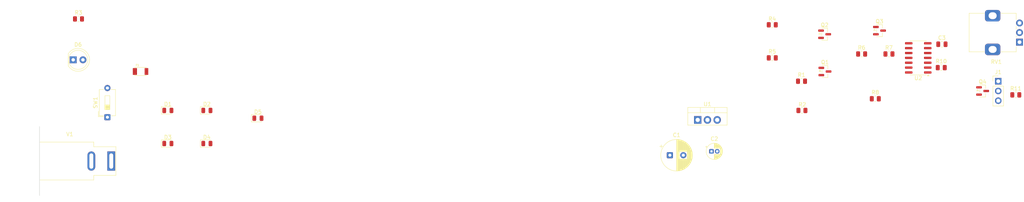
<source format=kicad_pcb>
(kicad_pcb (version 20241229) (generator "pcbnew") (generator_version "9.0")
  (title_block (title "CMPE2150 PWM Generator - mhe4") (date "2025-12-12") (rev "1") (company "NAIT CNT") (comment 1 "Mengning He"))
  (layers (0 "F.Cu" signal) (2 "B.Cu" signal) (13 "F.Paste" user) (15 "B.Paste" user) (5 "F.SilkS" user "F.Silkscreen") (7 "B.SilkS" user "B.Silkscreen") (1 "F.Mask" user) (3 "B.Mask" user) (25 "Edge.Cuts" user))
  (net 0 "")
  (net 1 "GND")
  (net 2 "Net-(D5-K)")
  (net 3 "VCC")
  (net 4 "Net-(Q2-C)")
  (net 5 "Net-(D1-K)")
  (net 6 "GNDPWR")
  (net 7 "Net-(D3-K)")
  (net 8 "Net-(D6-A)")
  (net 9 "VAC")
  (net 10 "Net-(J1-Pin_2)")
  (net 11 "Net-(Q1-B)")
  (net 12 "Net-(Q1-C)")
  (net 13 "Net-(Q3-B)")
  (net 14 "Net-(Q3-E)")
  (net 15 "Net-(Q4-B)")
  (net 16 "Net-(U2A-+)")
  (net 17 "Net-(R10-Pad1)")
  (net 18 "Net-(SW1-A)")
  (footprint "Potentiometer_THT:Potentiometer_Alps_RK09K_Single_Vertical" (layer "F.Cu") (at 264.114 23.328 180)
    (property "Reference" "RV1" (at 6.05 -5.15 0) (layer "F.SilkS"))
    (property "Value" "5k")
    (fp_line (start 13.12 -2.521) (end 13.12 7.52) (stroke (width 0.12)) (layer "F.SilkS"))
    (fp_line (start 9.184 7.52) (end 13.12 7.52) (stroke (width 0.12)) (layer "F.SilkS"))
    (fp_line (start 9.184 -2.521) (end 13.12 -2.521) (stroke (width 0.12)) (layer "F.SilkS"))
    (fp_line (start 0.88 7.52) (end 4.817 7.52) (stroke (width 0.12)) (layer "F.SilkS"))
    (fp_line (start 0.88 5.87) (end 0.88 7.52) (stroke (width 0.12)) (layer "F.SilkS"))
    (fp_line (start 0.88 3.371) (end 0.88 4.13) (stroke (width 0.12)) (layer "F.SilkS"))
    (fp_line (start 0.88 1.25) (end 0.88 1.63) (stroke (width 0.12)) (layer "F.SilkS"))
    (fp_line (start 0.88 -2.521) (end 4.817 -2.521) (stroke (width 0.12)) (layer "F.SilkS"))
    (fp_line (start 0.88 -2.521) (end 0.88 -1.2) (stroke (width 0.12)) (layer "F.SilkS"))
    (pad "1" thru_hole rect (at 0 0 180) (size 1.8 1.8) (drill 1) (layers "*.Cu" "*.Mask") (net 16 "Net-(U2A-+)"))
    (pad "2" thru_hole circle (at 0 2.5 180) (size 1.8 1.8) (drill 1) (layers "*.Cu" "*.Mask") (net 1 "GND"))
    (pad "3" thru_hole circle (at 0 5 180) (size 1.8 1.8) (drill 1) (layers "*.Cu" "*.Mask") (net 1 "GND"))
    (pad "MP" thru_hole roundrect (at 7 -1.9 180) (size 4 3) (drill oval 2.1 1.8) (layers "*.Cu" "*.Mask"))
    (pad "MP" thru_hole roundrect (at 7 6.9 180) (size 4 3) (drill oval 2.1 1.8) (layers "*.Cu" "*.Mask"))
  )
  (footprint "Capacitor_THT:CP_Radial_D8.0mm_P3.50mm" (layer "F.Cu") (at 173.099349 52.832)
    (property "Reference" "C1" (at 1.75 -5.25 0) (layer "F.SilkS"))
    (property "Value" "220uf")
    (fp_line (start -2.659698 -2.315) (end -1.859698 -2.315) (stroke (width 0.12)) (layer "F.SilkS"))
    (fp_line (start -2.259698 -2.715) (end -2.259698 -1.915) (stroke (width 0.12)) (layer "F.SilkS"))
    (fp_line (start 1.75 -4.08) (end 1.75 4.08) (stroke (width 0.12)) (layer "F.SilkS"))
    (fp_line (start 1.79 -4.08) (end 1.79 4.08) (stroke (width 0.12)) (layer "F.SilkS"))
    (fp_line (start 1.83 -4.079) (end 1.83 4.079) (stroke (width 0.12)) (layer "F.SilkS"))
    (fp_line (start 1.87 -4.078) (end 1.87 4.078) (stroke (width 0.12)) (layer "F.SilkS"))
    (fp_line (start 1.91 -4.077) (end 1.91 4.077) (stroke (width 0.12)) (layer "F.SilkS"))
    (fp_line (start 1.95 -4.075) (end 1.95 4.075) (stroke (width 0.12)) (layer "F.SilkS"))
    (fp_line (start 1.99 -4.073) (end 1.99 4.073) (stroke (width 0.12)) (layer "F.SilkS"))
    (fp_line (start 2.03 -4.07) (end 2.03 4.07) (stroke (width 0.12)) (layer "F.SilkS"))
    (fp_line (start 2.07 -4.068) (end 2.07 4.068) (stroke (width 0.12)) (layer "F.SilkS"))
    (fp_line (start 2.11 -4.064) (end 2.11 4.064) (stroke (width 0.12)) (layer "F.SilkS"))
    (fp_line (start 2.15 -4.061) (end 2.15 4.061) (stroke (width 0.12)) (layer "F.SilkS"))
    (fp_line (start 2.19 -4.056) (end 2.19 4.056) (stroke (width 0.12)) (layer "F.SilkS"))
    (fp_line (start 2.23 -4.052) (end 2.23 4.052) (stroke (width 0.12)) (layer "F.SilkS"))
    (fp_line (start 2.27 -4.047) (end 2.27 4.047) (stroke (width 0.12)) (layer "F.SilkS"))
    (fp_line (start 2.31 -4.042) (end 2.31 4.042) (stroke (width 0.12)) (layer "F.SilkS"))
    (fp_line (start 2.35 -4.036) (end 2.35 4.036) (stroke (width 0.12)) (layer "F.SilkS"))
    (fp_line (start 2.39 -4.03) (end 2.39 4.03) (stroke (width 0.12)) (layer "F.SilkS"))
    (fp_line (start 2.43 -4.023) (end 2.43 4.023) (stroke (width 0.12)) (layer "F.SilkS"))
    (fp_line (start 2.47 -4.017) (end 2.47 -1.04) (stroke (width 0.12)) (layer "F.SilkS"))
    (fp_line (start 2.47 1.04) (end 2.47 4.017) (stroke (width 0.12)) (layer "F.SilkS"))
    (fp_line (start 2.51 -4.009) (end 2.51 -1.04) (stroke (width 0.12)) (layer "F.SilkS"))
    (fp_line (start 2.51 1.04) (end 2.51 4.009) (stroke (width 0.12)) (layer "F.SilkS"))
    (fp_line (start 2.55 -4.002) (end 2.55 -1.04) (stroke (width 0.12)) (layer "F.SilkS"))
    (fp_line (start 2.55 1.04) (end 2.55 4.002) (stroke (width 0.12)) (layer "F.SilkS"))
    (fp_line (start 2.59 -3.993) (end 2.59 -1.04) (stroke (width 0.12)) (layer "F.SilkS"))
    (fp_line (start 2.59 1.04) (end 2.59 3.993) (stroke (width 0.12)) (layer "F.SilkS"))
    (fp_line (start 2.63 -3.985) (end 2.63 -1.04) (stroke (width 0.12)) (layer "F.SilkS"))
    (fp_line (start 2.63 1.04) (end 2.63 3.985) (stroke (width 0.12)) (layer "F.SilkS"))
    (fp_line (start 2.67 -3.976) (end 2.67 -1.04) (stroke (width 0.12)) (layer "F.SilkS"))
    (fp_line (start 2.67 1.04) (end 2.67 3.976) (stroke (width 0.12)) (layer "F.SilkS"))
    (fp_line (start 2.71 -3.967) (end 2.71 -1.04) (stroke (width 0.12)) (layer "F.SilkS"))
    (fp_line (start 2.71 1.04) (end 2.71 3.967) (stroke (width 0.12)) (layer "F.SilkS"))
    (fp_line (start 2.75 -3.957) (end 2.75 -1.04) (stroke (width 0.12)) (layer "F.SilkS"))
    (fp_line (start 2.75 1.04) (end 2.75 3.957) (stroke (width 0.12)) (layer "F.SilkS"))
    (fp_line (start 2.79 -3.947) (end 2.79 -1.04) (stroke (width 0.12)) (layer "F.SilkS"))
    (fp_line (start 2.79 1.04) (end 2.79 3.947) (stroke (width 0.12)) (layer "F.SilkS"))
    (fp_line (start 2.83 -3.936) (end 2.83 -1.04) (stroke (width 0.12)) (layer "F.SilkS"))
    (fp_line (start 2.83 1.04) (end 2.83 3.936) (stroke (width 0.12)) (layer "F.SilkS"))
    (fp_line (start 2.87 -3.925) (end 2.87 -1.04) (stroke (width 0.12)) (layer "F.SilkS"))
    (fp_line (start 2.87 1.04) (end 2.87 3.925) (stroke (width 0.12)) (layer "F.SilkS"))
    (fp_line (start 2.91 -3.913) (end 2.91 -1.04) (stroke (width 0.12)) (layer "F.SilkS"))
    (fp_line (start 2.91 1.04) (end 2.91 3.913) (stroke (width 0.12)) (layer "F.SilkS"))
    (fp_line (start 2.95 -3.901) (end 2.95 -1.04) (stroke (width 0.12)) (layer "F.SilkS"))
    (fp_line (start 2.95 1.04) (end 2.95 3.901) (stroke (width 0.12)) (layer "F.SilkS"))
    (fp_line (start 2.99 -3.889) (end 2.99 -1.04) (stroke (width 0.12)) (layer "F.SilkS"))
    (fp_line (start 2.99 1.04) (end 2.99 3.889) (stroke (width 0.12)) (layer "F.SilkS"))
    (fp_line (start 3.03 -3.876) (end 3.03 -1.04) (stroke (width 0.12)) (layer "F.SilkS"))
    (fp_line (start 3.03 1.04) (end 3.03 3.876) (stroke (width 0.12)) (layer "F.SilkS"))
    (fp_line (start 3.07 -3.863) (end 3.07 -1.04) (stroke (width 0.12)) (layer "F.SilkS"))
    (fp_line (start 3.07 1.04) (end 3.07 3.863) (stroke (width 0.12)) (layer "F.SilkS"))
    (fp_line (start 3.11 -3.849) (end 3.11 -1.04) (stroke (width 0.12)) (layer "F.SilkS"))
    (fp_line (start 3.11 1.04) (end 3.11 3.849) (stroke (width 0.12)) (layer "F.SilkS"))
    (fp_line (start 3.15 -3.835) (end 3.15 -1.04) (stroke (width 0.12)) (layer "F.SilkS"))
    (fp_line (start 3.15 1.04) (end 3.15 3.835) (stroke (width 0.12)) (layer "F.SilkS"))
    (fp_line (start 3.19 -3.82) (end 3.19 -1.04) (stroke (width 0.12)) (layer "F.SilkS"))
    (fp_line (start 3.19 1.04) (end 3.19 3.82) (stroke (width 0.12)) (layer "F.SilkS"))
    (fp_line (start 3.23 -3.805) (end 3.23 -1.04) (stroke (width 0.12)) (layer "F.SilkS"))
    (fp_line (start 3.23 1.04) (end 3.23 3.805) (stroke (width 0.12)) (layer "F.SilkS"))
    (fp_line (start 3.27 -3.789) (end 3.27 -1.04) (stroke (width 0.12)) (layer "F.SilkS"))
    (fp_line (start 3.27 1.04) (end 3.27 3.789) (stroke (width 0.12)) (layer "F.SilkS"))
    (fp_line (start 3.31 -3.773) (end 3.31 -1.04) (stroke (width 0.12)) (layer "F.SilkS"))
    (fp_line (start 3.31 1.04) (end 3.31 3.773) (stroke (width 0.12)) (layer "F.SilkS"))
    (fp_line (start 3.35 -3.757) (end 3.35 -1.04) (stroke (width 0.12)) (layer "F.SilkS"))
    (fp_line (start 3.35 1.04) (end 3.35 3.757) (stroke (width 0.12)) (layer "F.SilkS"))
    (fp_line (start 3.39 -3.74) (end 3.39 -1.04) (stroke (width 0.12)) (layer "F.SilkS"))
    (fp_line (start 3.39 1.04) (end 3.39 3.74) (stroke (width 0.12)) (layer "F.SilkS"))
    (fp_line (start 3.43 -3.722) (end 3.43 -1.04) (stroke (width 0.12)) (layer "F.SilkS"))
    (fp_line (start 3.43 1.04) (end 3.43 3.722) (stroke (width 0.12)) (layer "F.SilkS"))
    (fp_line (start 3.47 -3.704) (end 3.47 -1.04) (stroke (width 0.12)) (layer "F.SilkS"))
    (fp_line (start 3.47 1.04) (end 3.47 3.704) (stroke (width 0.12)) (layer "F.SilkS"))
    (fp_line (start 3.51 -3.685) (end 3.51 -1.04) (stroke (width 0.12)) (layer "F.SilkS"))
    (fp_line (start 3.51 1.04) (end 3.51 3.685) (stroke (width 0.12)) (layer "F.SilkS"))
    (fp_line (start 3.55 -3.666) (end 3.55 -1.04) (stroke (width 0.12)) (layer "F.SilkS"))
    (fp_line (start 3.55 1.04) (end 3.55 3.666) (stroke (width 0.12)) (layer "F.SilkS"))
    (fp_line (start 3.59 -3.646) (end 3.59 -1.04) (stroke (width 0.12)) (layer "F.SilkS"))
    (fp_line (start 3.59 1.04) (end 3.59 3.646) (stroke (width 0.12)) (layer "F.SilkS"))
    (fp_line (start 3.63 -3.626) (end 3.63 -1.04) (stroke (width 0.12)) (layer "F.SilkS"))
    (fp_line (start 3.63 1.04) (end 3.63 3.626) (stroke (width 0.12)) (layer "F.SilkS"))
    (fp_line (start 3.67 -3.605) (end 3.67 -1.04) (stroke (width 0.12)) (layer "F.SilkS"))
    (fp_line (start 3.67 1.04) (end 3.67 3.605) (stroke (width 0.12)) (layer "F.SilkS"))
    (fp_line (start 3.71 -3.584) (end 3.71 -1.04) (stroke (width 0.12)) (layer "F.SilkS"))
    (fp_line (start 3.71 1.04) (end 3.71 3.584) (stroke (width 0.12)) (layer "F.SilkS"))
    (fp_line (start 3.75 -3.562) (end 3.75 -1.04) (stroke (width 0.12)) (layer "F.SilkS"))
    (fp_line (start 3.75 1.04) (end 3.75 3.562) (stroke (width 0.12)) (layer "F.SilkS"))
    (fp_line (start 3.79 -3.539) (end 3.79 -1.04) (stroke (width 0.12)) (layer "F.SilkS"))
    (fp_line (start 3.79 1.04) (end 3.79 3.539) (stroke (width 0.12)) (layer "F.SilkS"))
    (fp_line (start 3.83 -3.516) (end 3.83 -1.04) (stroke (width 0.12)) (layer "F.SilkS"))
    (fp_line (start 3.83 1.04) (end 3.83 3.516) (stroke (width 0.12)) (layer "F.SilkS"))
    (fp_line (start 3.87 -3.493) (end 3.87 -1.04) (stroke (width 0.12)) (layer "F.SilkS"))
    (fp_line (start 3.87 1.04) (end 3.87 3.493) (stroke (width 0.12)) (layer "F.SilkS"))
    (fp_line (start 3.91 -3.468) (end 3.91 -1.04) (stroke (width 0.12)) (layer "F.SilkS"))
    (fp_line (start 3.91 1.04) (end 3.91 3.468) (stroke (width 0.12)) (layer "F.SilkS"))
    (fp_line (start 3.95 -3.443) (end 3.95 -1.04) (stroke (width 0.12)) (layer "F.SilkS"))
    (fp_line (start 3.95 1.04) (end 3.95 3.443) (stroke (width 0.12)) (layer "F.SilkS"))
    (fp_line (start 3.99 -3.418) (end 3.99 -1.04) (stroke (width 0.12)) (layer "F.SilkS"))
    (fp_line (start 3.99 1.04) (end 3.99 3.418) (stroke (width 0.12)) (layer "F.SilkS"))
    (fp_line (start 4.03 -3.392) (end 4.03 -1.04) (stroke (width 0.12)) (layer "F.SilkS"))
    (fp_line (start 4.03 1.04) (end 4.03 3.392) (stroke (width 0.12)) (layer "F.SilkS"))
    (fp_line (start 4.07 -3.365) (end 4.07 -1.04) (stroke (width 0.12)) (layer "F.SilkS"))
    (fp_line (start 4.07 1.04) (end 4.07 3.365) (stroke (width 0.12)) (layer "F.SilkS"))
    (fp_line (start 4.11 -3.337) (end 4.11 -1.04) (stroke (width 0.12)) (layer "F.SilkS"))
    (fp_line (start 4.11 1.04) (end 4.11 3.337) (stroke (width 0.12)) (layer "F.SilkS"))
    (fp_line (start 4.15 -3.309) (end 4.15 -1.04) (stroke (width 0.12)) (layer "F.SilkS"))
    (fp_line (start 4.15 1.04) (end 4.15 3.309) (stroke (width 0.12)) (layer "F.SilkS"))
    (fp_line (start 4.19 -3.28) (end 4.19 -1.04) (stroke (width 0.12)) (layer "F.SilkS"))
    (fp_line (start 4.19 1.04) (end 4.19 3.28) (stroke (width 0.12)) (layer "F.SilkS"))
    (fp_line (start 4.23 -3.25) (end 4.23 -1.04) (stroke (width 0.12)) (layer "F.SilkS"))
    (fp_line (start 4.23 1.04) (end 4.23 3.25) (stroke (width 0.12)) (layer "F.SilkS"))
    (fp_line (start 4.27 -3.219) (end 4.27 -1.04) (stroke (width 0.12)) (layer "F.SilkS"))
    (fp_line (start 4.27 1.04) (end 4.27 3.219) (stroke (width 0.12)) (layer "F.SilkS"))
    (fp_line (start 4.31 -3.188) (end 4.31 -1.04) (stroke (width 0.12)) (layer "F.SilkS"))
    (fp_line (start 4.31 1.04) (end 4.31 3.188) (stroke (width 0.12)) (layer "F.SilkS"))
    (fp_line (start 4.35 -3.156) (end 4.35 -1.04) (stroke (width 0.12)) (layer "F.SilkS"))
    (fp_line (start 4.35 1.04) (end 4.35 3.156) (stroke (width 0.12)) (layer "F.SilkS"))
    (fp_line (start 4.39 -3.123) (end 4.39 -1.04) (stroke (width 0.12)) (layer "F.SilkS"))
    (fp_line (start 4.39 1.04) (end 4.39 3.123) (stroke (width 0.12)) (layer "F.SilkS"))
    (fp_line (start 4.43 -3.089) (end 4.43 -1.04) (stroke (width 0.12)) (layer "F.SilkS"))
    (fp_line (start 4.43 1.04) (end 4.43 3.089) (stroke (width 0.12)) (layer "F.SilkS"))
    (fp_line (start 4.47 -3.055) (end 4.47 -1.04) (stroke (width 0.12)) (layer "F.SilkS"))
    (fp_line (start 4.47 1.04) (end 4.47 3.055) (stroke (width 0.12)) (layer "F.SilkS"))
    (fp_line (start 4.51 -3.019) (end 4.51 -1.04) (stroke (width 0.12)) (layer "F.SilkS"))
    (fp_line (start 4.51 1.04) (end 4.51 3.019) (stroke (width 0.12)) (layer "F.SilkS"))
    (fp_line (start 4.55 -2.982) (end 4.55 2.982) (stroke (width 0.12)) (layer "F.SilkS"))
    (fp_line (start 4.59 -2.945) (end 4.59 2.945) (stroke (width 0.12)) (layer "F.SilkS"))
    (fp_line (start 4.63 -2.906) (end 4.63 2.906) (stroke (width 0.12)) (layer "F.SilkS"))
    (fp_line (start 4.67 -2.867) (end 4.67 2.867) (stroke (width 0.12)) (layer "F.SilkS"))
    (fp_line (start 4.71 -2.826) (end 4.71 2.826) (stroke (width 0.12)) (layer "F.SilkS"))
    (fp_line (start 4.75 -2.784) (end 4.75 2.784) (stroke (width 0.12)) (layer "F.SilkS"))
    (fp_line (start 4.79 -2.741) (end 4.79 2.741) (stroke (width 0.12)) (layer "F.SilkS"))
    (fp_line (start 4.83 -2.696) (end 4.83 2.696) (stroke (width 0.12)) (layer "F.SilkS"))
    (fp_line (start 4.87 -2.651) (end 4.87 2.651) (stroke (width 0.12)) (layer "F.SilkS"))
    (fp_line (start 4.91 -2.604) (end 4.91 2.604) (stroke (width 0.12)) (layer "F.SilkS"))
    (fp_line (start 4.95 -2.555) (end 4.95 2.555) (stroke (width 0.12)) (layer "F.SilkS"))
    (fp_line (start 4.99 -2.505) (end 4.99 2.505) (stroke (width 0.12)) (layer "F.SilkS"))
    (fp_line (start 5.03 -2.453) (end 5.03 2.453) (stroke (width 0.12)) (layer "F.SilkS"))
    (fp_line (start 5.07 -2.4) (end 5.07 2.4) (stroke (width 0.12)) (layer "F.SilkS"))
    (fp_line (start 5.11 -2.344) (end 5.11 2.344) (stroke (width 0.12)) (layer "F.SilkS"))
    (fp_line (start 5.15 -2.287) (end 5.15 2.287) (stroke (width 0.12)) (layer "F.SilkS"))
    (fp_line (start 5.19 -2.227) (end 5.19 2.227) (stroke (width 0.12)) (layer "F.SilkS"))
    (fp_line (start 5.23 -2.165) (end 5.23 2.165) (stroke (width 0.12)) (layer "F.SilkS"))
    (fp_line (start 5.27 -2.101) (end 5.27 2.101) (stroke (width 0.12)) (layer "F.SilkS"))
    (fp_line (start 5.31 -2.034) (end 5.31 2.034) (stroke (width 0.12)) (layer "F.SilkS"))
    (fp_line (start 5.35 -1.964) (end 5.35 1.964) (stroke (width 0.12)) (layer "F.SilkS"))
    (fp_line (start 5.39 -1.89) (end 5.39 1.89) (stroke (width 0.12)) (layer "F.SilkS"))
    (fp_line (start 5.43 -1.813) (end 5.43 1.813) (stroke (width 0.12)) (layer "F.SilkS"))
    (fp_line (start 5.47 -1.731) (end 5.47 1.731) (stroke (width 0.12)) (layer "F.SilkS"))
    (fp_line (start 5.51 -1.644) (end 5.51 1.644) (stroke (width 0.12)) (layer "F.SilkS"))
    (fp_line (start 5.55 -1.552) (end 5.55 1.552) (stroke (width 0.12)) (layer "F.SilkS"))
    (fp_line (start 5.59 -1.453) (end 5.59 1.453) (stroke (width 0.12)) (layer "F.SilkS"))
    (fp_line (start 5.63 -1.346) (end 5.63 1.346) (stroke (width 0.12)) (layer "F.SilkS"))
    (fp_line (start 5.67 -1.228) (end 5.67 1.228) (stroke (width 0.12)) (layer "F.SilkS"))
    (fp_line (start 5.71 -1.097) (end 5.71 1.097) (stroke (width 0.12)) (layer "F.SilkS"))
    (fp_line (start 5.75 -0.947) (end 5.75 0.947) (stroke (width 0.12)) (layer "F.SilkS"))
    (fp_line (start 5.79 -0.768) (end 5.79 0.768) (stroke (width 0.12)) (layer "F.SilkS"))
    (fp_line (start 5.83 -0.533) (end 5.83 0.533) (stroke (width 0.12)) (layer "F.SilkS"))
    (fp_circle (center 1.75 0) (end 5.87 0) (stroke (width 0.12)) (fill no) (layer "F.SilkS"))
    (pad "1" thru_hole roundrect (at 0 0) (size 1.6 1.6) (drill 0.8) (layers "*.Cu" "*.Mask") (roundrect_rratio 0.15625) (net 2 "Net-(D5-K)"))
    (pad "2" thru_hole circle (at 3.5 0) (size 1.6 1.6) (drill 0.8) (layers "*.Cu" "*.Mask") (net 1 "GND"))
  )
  (footprint "Resistor_SMD:R_0805_2012Metric" (layer "F.Cu") (at 207.471 41.148)
    (property "Reference" "R2" (at 0.1035 -1.524 0) (layer "F.SilkS"))
    (property "Value" "1M")
    (fp_line (start -0.227064 -0.735) (end 0.227064 -0.735) (stroke (width 0.12)) (layer "F.SilkS"))
    (fp_line (start -0.227064 0.735) (end 0.227064 0.735) (stroke (width 0.12)) (layer "F.SilkS"))
    (pad "1" smd roundrect (at -0.9125 0) (size 1.025 1.4) (layers "F.Cu" "F.Mask" "F.Paste") (roundrect_rratio 0.243902) (net 7 "Net-(D3-K)"))
    (pad "2" smd roundrect (at 0.9125 0) (size 1.025 1.4) (layers "F.Cu" "F.Mask" "F.Paste") (roundrect_rratio 0.243902) (net 11 "Net-(Q1-B)"))
  )
  (footprint "Package_TO_SOT_SMD:SOT-23" (layer "F.Cu") (at 227.6625 20.32)
    (property "Reference" "Q3" (at 0 -2.4 0) (layer "F.SilkS"))
    (property "Value" "2N3906")
    (fp_line (start -0.76 -1.56) (end 0.76 -1.56) (stroke (width 0.12)) (layer "F.SilkS"))
    (fp_line (start -0.76 -1.51) (end -0.76 -1.56) (stroke (width 0.12)) (layer "F.SilkS"))
    (fp_line (start -0.76 0.39) (end -0.76 -0.39) (stroke (width 0.12)) (layer "F.SilkS"))
    (fp_line (start -0.76 1.56) (end -0.76 1.51) (stroke (width 0.12)) (layer "F.SilkS"))
    (fp_line (start 0.76 -1.56) (end 0.76 -0.56) (stroke (width 0.12)) (layer "F.SilkS"))
    (fp_line (start 0.76 0.56) (end 0.76 1.56) (stroke (width 0.12)) (layer "F.SilkS"))
    (fp_line (start 0.76 1.56) (end -0.76 1.56) (stroke (width 0.12)) (layer "F.SilkS"))
    (fp_poly (pts (xy -1.3 -0.38) (xy -1.06 -0.05) (xy -1.54 -0.05)) (stroke (width 0.12)) (fill yes) (layer "F.SilkS"))
    (pad "1" smd roundrect (at -0.9375 -0.95) (size 1.475 0.6) (layers "F.Cu" "F.Mask" "F.Paste") (net 14 "Net-(Q3-E)"))
    (pad "2" smd roundrect (at -0.9375 0.95) (size 1.475 0.6) (layers "F.Cu" "F.Mask" "F.Paste") (net 13 "Net-(Q3-B)"))
    (pad "3" smd roundrect (at 0.9375 0) (size 1.475 0.6) (layers "F.Cu" "F.Mask" "F.Paste") (net 4 "Net-(Q2-C)"))
  )
  (footprint "Resistor_SMD:R_0805_2012Metric" (layer "F.Cu") (at 230.124 26.416)
    (property "Reference" "R7" (at 0 -1.65 0) (layer "F.SilkS"))
    (property "Value" "22k")
    (fp_line (start -0.227064 -0.735) (end 0.227064 -0.735) (stroke (width 0.12)) (layer "F.SilkS"))
    (fp_line (start -0.227064 0.735) (end 0.227064 0.735) (stroke (width 0.12)) (layer "F.SilkS"))
    (pad "1" smd roundrect (at -0.9125 0) (size 1.025 1.4) (layers "F.Cu" "F.Mask" "F.Paste") (roundrect_rratio 0.243902) (net 14 "Net-(Q3-E)"))
    (pad "2" smd roundrect (at 0.9125 0) (size 1.025 1.4) (layers "F.Cu" "F.Mask" "F.Paste") (roundrect_rratio 0.243902) (net 3 "VCC"))
  )
  (footprint "Resistor_SMD:R_0805_2012Metric" (layer "F.Cu") (at 199.7475 27.432)
    (property "Reference" "R5" (at 0 -1.65 0) (layer "F.SilkS"))
    (property "Value" "220k")
    (fp_line (start -0.227064 -0.735) (end 0.227064 -0.735) (stroke (width 0.12)) (layer "F.SilkS"))
    (fp_line (start -0.227064 0.735) (end 0.227064 0.735) (stroke (width 0.12)) (layer "F.SilkS"))
    (pad "1" smd roundrect (at -0.9125 0) (size 1.025 1.4) (layers "F.Cu" "F.Mask" "F.Paste") (roundrect_rratio 0.243902) (net 3 "VCC"))
    (pad "2" smd roundrect (at 0.9125 0) (size 1.025 1.4) (layers "F.Cu" "F.Mask" "F.Paste") (roundrect_rratio 0.243902) (net 13 "Net-(Q3-B)"))
  )
  (footprint "Resistor_SMD:R_0805_2012Metric" (layer "F.Cu") (at 263.144 37.084)
    (property "Reference" "R11" (at 0 -1.65 0) (layer "F.SilkS"))
    (property "Value" "180")
    (fp_line (start -0.227064 -0.735) (end 0.227064 -0.735) (stroke (width 0.12)) (layer "F.SilkS"))
    (fp_line (start -0.227064 0.735) (end 0.227064 0.735) (stroke (width 0.12)) (layer "F.SilkS"))
    (pad "1" smd roundrect (at -0.9125 0) (size 1.025 1.4) (layers "F.Cu" "F.Mask" "F.Paste") (roundrect_rratio 0.243902) (net 10 "Net-(J1-Pin_2)"))
    (pad "2" smd roundrect (at 0.9125 0) (size 1.025 1.4) (layers "F.Cu" "F.Mask" "F.Paste") (roundrect_rratio 0.243902) (net 1 "GND"))
  )
  (footprint "Connector_PinHeader_2.54mm:PinHeader_1x03_P2.54mm_Vertical" (layer "F.Cu") (at 258.572 33.528)
    (property "Reference" "J1" (at 0 -2.38 0) (layer "F.SilkS"))
    (property "Value" "Conn_01x03_Pin")
    (fp_line (start -1.38 -1.38) (end 0 -1.38) (stroke (width 0.12)) (layer "F.SilkS"))
    (fp_line (start -1.38 0) (end -1.38 -1.38) (stroke (width 0.12)) (layer "F.SilkS"))
    (fp_line (start -1.38 1.27) (end -1.38 6.46) (stroke (width 0.12)) (layer "F.SilkS"))
    (fp_line (start -1.38 1.27) (end 1.38 1.27) (stroke (width 0.12)) (layer "F.SilkS"))
    (fp_line (start -1.38 6.46) (end 1.38 6.46) (stroke (width 0.12)) (layer "F.SilkS"))
    (fp_line (start 1.38 1.27) (end 1.38 6.46) (stroke (width 0.12)) (layer "F.SilkS"))
    (pad "1" thru_hole rect (at 0 0) (size 1.7 1.7) (drill 1) (layers "*.Cu" "*.Mask") (net 3 "VCC"))
    (pad "2" thru_hole circle (at 0 2.54) (size 1.7 1.7) (drill 1) (layers "*.Cu" "*.Mask") (net 10 "Net-(J1-Pin_2)"))
    (pad "3" thru_hole circle (at 0 5.08) (size 1.7 1.7) (drill 1) (layers "*.Cu" "*.Mask") (net 1 "GND"))
  )
  (footprint "Resistor_SMD:R_0805_2012Metric" (layer "F.Cu") (at 199.7475 18.796)
    (property "Reference" "R4" (at 0 -1.524 0) (layer "F.SilkS"))
    (property "Value" "10k")
    (fp_line (start -0.227064 -0.735) (end 0.227064 -0.735) (stroke (width 0.12)) (layer "F.SilkS"))
    (fp_line (start -0.227064 0.735) (end 0.227064 0.735) (stroke (width 0.12)) (layer "F.SilkS"))
    (pad "1" smd roundrect (at -0.9125 0) (size 1.025 1.4) (layers "F.Cu" "F.Mask" "F.Paste") (roundrect_rratio 0.243902) (net 3 "VCC"))
    (pad "2" smd roundrect (at 0.9125 0) (size 1.025 1.4) (layers "F.Cu" "F.Mask" "F.Paste") (roundrect_rratio 0.243902) (net 12 "Net-(Q1-C)"))
  )
  (footprint "Package_TO_SOT_SMD:SOT-23" (layer "F.Cu") (at 254.508 36.068)
    (property "Reference" "Q4" (at 0 -2.4 0) (layer "F.SilkS"))
    (property "Value" "2N3906")
    (fp_line (start -0.76 -1.56) (end 0.76 -1.56) (stroke (width 0.12)) (layer "F.SilkS"))
    (fp_line (start -0.76 -1.51) (end -0.76 -1.56) (stroke (width 0.12)) (layer "F.SilkS"))
    (fp_line (start -0.76 0.39) (end -0.76 -0.39) (stroke (width 0.12)) (layer "F.SilkS"))
    (fp_line (start -0.76 1.56) (end -0.76 1.51) (stroke (width 0.12)) (layer "F.SilkS"))
    (fp_line (start 0.76 -1.56) (end 0.76 -0.56) (stroke (width 0.12)) (layer "F.SilkS"))
    (fp_line (start 0.76 0.56) (end 0.76 1.56) (stroke (width 0.12)) (layer "F.SilkS"))
    (fp_line (start 0.76 1.56) (end -0.76 1.56) (stroke (width 0.12)) (layer "F.SilkS"))
    (fp_poly (pts (xy -1.3 -0.38) (xy -1.06 -0.05) (xy -1.54 -0.05)) (stroke (width 0.12)) (fill yes) (layer "F.SilkS"))
    (pad "1" smd roundrect (at -0.9375 -0.95) (size 1.475 0.6) (layers "F.Cu" "F.Mask" "F.Paste") (net 3 "VCC"))
    (pad "2" smd roundrect (at -0.9375 0.95) (size 1.475 0.6) (layers "F.Cu" "F.Mask" "F.Paste") (net 15 "Net-(Q4-B)"))
    (pad "3" smd roundrect (at 0.9375 0) (size 1.475 0.6) (layers "F.Cu" "F.Mask" "F.Paste") (net 10 "Net-(J1-Pin_2)"))
  )
  (footprint "Package_TO_SOT_SMD:SOT-23" (layer "F.Cu") (at 213.4635 30.988)
    (property "Reference" "Q1" (at 0 -2.4 0) (layer "F.SilkS"))
    (property "Value" "2N3904")
    (fp_line (start -0.76 -1.56) (end 0.76 -1.56) (stroke (width 0.12)) (layer "F.SilkS"))
    (fp_line (start -0.76 -1.51) (end -0.76 -1.56) (stroke (width 0.12)) (layer "F.SilkS"))
    (fp_line (start -0.76 0.39) (end -0.76 -0.39) (stroke (width 0.12)) (layer "F.SilkS"))
    (fp_line (start -0.76 1.56) (end -0.76 1.51) (stroke (width 0.12)) (layer "F.SilkS"))
    (fp_line (start 0.76 -1.56) (end 0.76 -0.56) (stroke (width 0.12)) (layer "F.SilkS"))
    (fp_line (start 0.76 0.56) (end 0.76 1.56) (stroke (width 0.12)) (layer "F.SilkS"))
    (fp_line (start 0.76 1.56) (end -0.76 1.56) (stroke (width 0.12)) (layer "F.SilkS"))
    (fp_poly (pts (xy -1.3 -0.38) (xy -1.06 -0.05) (xy -1.54 -0.05)) (stroke (width 0.12)) (fill yes) (layer "F.SilkS"))
    (pad "1" smd roundrect (at -0.9375 -0.95) (size 1.475 0.6) (layers "F.Cu" "F.Mask" "F.Paste") (net 1 "GND"))
    (pad "2" smd roundrect (at -0.9375 0.95) (size 1.475 0.6) (layers "F.Cu" "F.Mask" "F.Paste") (net 11 "Net-(Q1-B)"))
    (pad "3" smd roundrect (at 0.9375 0) (size 1.475 0.6) (layers "F.Cu" "F.Mask" "F.Paste") (net 12 "Net-(Q1-C)"))
  )
  (footprint "Resistor_SMD:R_0805_2012Metric" (layer "F.Cu") (at 19.1585 17.272)
    (property "Reference" "R3" (at 0 -1.65 0) (layer "F.SilkS"))
    (property "Value" "330")
    (fp_line (start -0.227064 -0.735) (end 0.227064 -0.735) (stroke (width 0.12)) (layer "F.SilkS"))
    (fp_line (start -0.227064 0.735) (end 0.227064 0.735) (stroke (width 0.12)) (layer "F.SilkS"))
    (pad "1" smd roundrect (at -0.9125 0) (size 1.025 1.4) (layers "F.Cu" "F.Mask" "F.Paste") (roundrect_rratio 0.243902) (net 3 "VCC"))
    (pad "2" smd roundrect (at 0.9125 0) (size 1.025 1.4) (layers "F.Cu" "F.Mask" "F.Paste") (roundrect_rratio 0.243902) (net 8 "Net-(D6-A)"))
  )
  (footprint "Resistor_SMD:R_0805_2012Metric" (layer "F.Cu") (at 243.7365 29.972)
    (property "Reference" "R10" (at 0 -1.65 0) (layer "F.SilkS"))
    (property "Value" "8.2k")
    (fp_line (start -0.227064 -0.735) (end 0.227064 -0.735) (stroke (width 0.12)) (layer "F.SilkS"))
    (fp_line (start -0.227064 0.735) (end 0.227064 0.735) (stroke (width 0.12)) (layer "F.SilkS"))
    (pad "1" smd roundrect (at -0.9125 0) (size 1.025 1.4) (layers "F.Cu" "F.Mask" "F.Paste") (roundrect_rratio 0.243902) (net 17 "Net-(R10-Pad1)"))
    (pad "2" smd roundrect (at 0.9125 0) (size 1.025 1.4) (layers "F.Cu" "F.Mask" "F.Paste") (roundrect_rratio 0.243902) (net 15 "Net-(Q4-B)"))
  )
  (footprint "Package_TO_SOT_THT:TO-220-3_Vertical" (layer "F.Cu") (at 180.34 43.622)
    (property "Reference" "U1" (at 2.54 -4.1 0) (layer "F.SilkS"))
    (property "Value" "LM7805_TO220")
    (fp_line (start -2.57 -3.26) (end 7.65 -3.26) (stroke (width 0.12)) (layer "F.SilkS"))
    (fp_line (start -2.57 -1.88) (end 7.65 -1.88) (stroke (width 0.12)) (layer "F.SilkS"))
    (fp_line (start -2.57 1.36) (end -2.57 -3.26) (stroke (width 0.12)) (layer "F.SilkS"))
    (fp_line (start 0.69 -3.26) (end 0.69 -1.88) (stroke (width 0.12)) (layer "F.SilkS"))
    (fp_line (start 4.39 -3.26) (end 4.39 -1.88) (stroke (width 0.12)) (layer "F.SilkS"))
    (fp_line (start 7.65 -3.26) (end 7.65 1.36) (stroke (width 0.12)) (layer "F.SilkS"))
    (fp_line (start 7.65 1.36) (end -2.57 1.36) (stroke (width 0.12)) (layer "F.SilkS"))
    (pad "1" thru_hole rect (at 0 0) (size 1.905 2) (drill 1.1) (layers "*.Cu" "*.Mask") (net 2 "Net-(D5-K)"))
    (pad "2" thru_hole oval (at 2.54 0) (size 1.905 2) (drill 1.1) (layers "*.Cu" "*.Mask") (net 1 "GND"))
    (pad "3" thru_hole oval (at 5.08 0) (size 1.905 2) (drill 1.1) (layers "*.Cu" "*.Mask") (net 3 "VCC"))
  )
  (footprint "Diode_SMD:D_0805_2012Metric" (layer "F.Cu") (at 52.583 49.784)
    (property "Reference" "D4" (at 0 -1.65 0) (layer "F.SilkS"))
    (property "Value" "1N4005G")
    (fp_line (start -1.685 -0.96) (end -1.685 0.96) (stroke (width 0.12)) (layer "F.SilkS"))
    (fp_line (start -1.685 0.96) (end 1 0.96) (stroke (width 0.12)) (layer "F.SilkS"))
    (fp_line (start 1 -0.96) (end -1.685 -0.96) (stroke (width 0.12)) (layer "F.SilkS"))
    (pad "1" smd roundrect (at -0.9375 0) (size 0.975 1.4) (layers "F.Cu" "F.Mask" "F.Paste") (net 7 "Net-(D3-K)"))
    (pad "2" smd roundrect (at 0.9375 0) (size 0.975 1.4) (layers "F.Cu" "F.Mask" "F.Paste") (net 6 "GNDPWR"))
  )
  (footprint "LED_THT:LED_D5.0mm" (layer "F.Cu") (at 17.78 27.94)
    (property "Reference" "D6" (at 1.27 -3.96 0) (layer "F.SilkS"))
    (property "Value" "LED_GREEN")
    (fp_line (start -1.29 -1.545) (end -1.29 1.545) (stroke (width 0.12)) (layer "F.SilkS"))
    (fp_arc (start -1.29 -1.54483) (mid 2.071779 -2.880495) (end 4.26 0) (stroke (width 0.12)) (layer "F.SilkS"))
    (fp_arc (start 4.26 0) (mid 2.071779 2.880495) (end -1.29 1.54483) (stroke (width 0.12)) (layer "F.SilkS"))
    (fp_circle (center 1.27 0) (end 3.77 0) (stroke (width 0.12)) (fill no) (layer "F.SilkS"))
    (pad "1" thru_hole rect (at 0 0) (size 1.8 1.8) (drill 0.9) (layers "*.Cu" "*.Mask") (net 1 "GND"))
    (pad "2" thru_hole circle (at 2.54 0) (size 1.8 1.8) (drill 0.9) (layers "*.Cu" "*.Mask") (net 8 "Net-(D6-A)"))
  )
  (footprint "Diode_SMD:D_0805_2012Metric" (layer "F.Cu") (at 42.423 41.148)
    (property "Reference" "D1" (at 0 -1.65 0) (layer "F.SilkS"))
    (property "Value" "1N4005G")
    (fp_line (start -1.685 -0.96) (end -1.685 0.96) (stroke (width 0.12)) (layer "F.SilkS"))
    (fp_line (start -1.685 0.96) (end 1 0.96) (stroke (width 0.12)) (layer "F.SilkS"))
    (fp_line (start 1 -0.96) (end -1.685 -0.96) (stroke (width 0.12)) (layer "F.SilkS"))
    (pad "1" smd roundrect (at -0.9375 0) (size 0.975 1.4) (layers "F.Cu" "F.Mask" "F.Paste") (net 5 "Net-(D1-K)"))
    (pad "2" smd roundrect (at 0.9375 0) (size 0.975 1.4) (layers "F.Cu" "F.Mask" "F.Paste") (net 1 "GND"))
  )
  (footprint "Resistor_SMD:R_0805_2012Metric" (layer "F.Cu") (at 223.012 26.416)
    (property "Reference" "R6" (at 0 -1.65 0) (layer "F.SilkS"))
    (property "Value" "390k")
    (fp_line (start -0.227064 -0.735) (end 0.227064 -0.735) (stroke (width 0.12)) (layer "F.SilkS"))
    (fp_line (start -0.227064 0.735) (end 0.227064 0.735) (stroke (width 0.12)) (layer "F.SilkS"))
    (pad "1" smd roundrect (at -0.9125 0) (size 1.025 1.4) (layers "F.Cu" "F.Mask" "F.Paste") (roundrect_rratio 0.243902) (net 13 "Net-(Q3-B)"))
    (pad "2" smd roundrect (at 0.9125 0) (size 1.025 1.4) (layers "F.Cu" "F.Mask" "F.Paste") (roundrect_rratio 0.243902) (net 1 "GND"))
  )
  (footprint "Button_Switch_THT:SW_DIP_SPSTx01_Slide_6.7x4.1mm_W7.62mm_P2.54mm_LowProfile" (layer "F.Cu") (at 26.6875 42.921 90)
    (property "Reference" "SW1" (at 3.81 -3.11 90) (layer "F.SilkS"))
    (property "Value" "CTS 209-210")
    (fp_line (start 0.16 -2.35) (end 1.543 -2.35) (stroke (width 0.12)) (layer "F.SilkS"))
    (fp_line (start 0.16 -2.35) (end 0.16 -1.04) (stroke (width 0.12)) (layer "F.SilkS"))
    (fp_line (start 7.22 -2.11) (end 7.22 -0.96) (stroke (width 0.12)) (layer "F.SilkS"))
    (fp_line (start 0.4 -2.11) (end 7.22 -2.11) (stroke (width 0.12)) (layer "F.SilkS"))
    (fp_line (start 0.4 -2.11) (end 0.4 -1.04) (stroke (width 0.12)) (layer "F.SilkS"))
    (fp_line (start 3.206667 -0.635) (end 3.206667 0.635) (stroke (width 0.12)) (layer "F.SilkS"))
    (fp_line (start 7.22 0.96) (end 7.22 2.11) (stroke (width 0.12)) (layer "F.SilkS"))
    (fp_line (start 0.4 1.04) (end 0.4 2.11) (stroke (width 0.12)) (layer "F.SilkS"))
    (fp_line (start 0.4 2.11) (end 7.22 2.11) (stroke (width 0.12)) (layer "F.SilkS"))
    (fp_rect (start 2 -0.635) (end 5.62 0.635) (stroke (width 0.12)) (fill no) (layer "F.SilkS"))
    (fp_rect (start 2 -0.635) (end 3.206667 0.635) (stroke (width 0.12)) (fill yes) (layer "F.SilkS"))
    (pad "1" thru_hole roundrect (at 0 0 90) (size 1.6 1.6) (drill 0.8) (layers "*.Cu" "*.Mask") (roundrect_rratio 0.15625) (net 18 "Net-(SW1-A)"))
    (pad "2" thru_hole circle (at 7.62 0 90) (size 1.6 1.6) (drill 0.8) (layers "*.Cu" "*.Mask") (net 9 "VAC"))
  )
  (footprint "Resistor_SMD:R_0805_2012Metric" (layer "F.Cu") (at 207.3675 33.528)
    (property "Reference" "R1" (at 0 -1.65 0) (layer "F.SilkS"))
    (property "Value" "2.2k")
    (fp_line (start -0.227064 -0.735) (end 0.227064 -0.735) (stroke (width 0.12)) (layer "F.SilkS"))
    (fp_line (start -0.227064 0.735) (end 0.227064 0.735) (stroke (width 0.12)) (layer "F.SilkS"))
    (pad "1" smd roundrect (at -0.9125 0) (size 1.025 1.4) (layers "F.Cu" "F.Mask" "F.Paste") (roundrect_rratio 0.243902) (net 7 "Net-(D3-K)"))
    (pad "2" smd roundrect (at 0.9125 0) (size 1.025 1.4) (layers "F.Cu" "F.Mask" "F.Paste") (roundrect_rratio 0.243902) (net 1 "GND"))
  )
  (footprint "Package_TO_SOT_SMD:SOT-23" (layer "F.Cu") (at 213.385 21.27)
    (property "Reference" "Q2" (at 0 -2.4 0) (layer "F.SilkS"))
    (property "Value" "2N3904")
    (fp_line (start -0.76 -1.56) (end 0.76 -1.56) (stroke (width 0.12)) (layer "F.SilkS"))
    (fp_line (start -0.76 -1.51) (end -0.76 -1.56) (stroke (width 0.12)) (layer "F.SilkS"))
    (fp_line (start -0.76 0.39) (end -0.76 -0.39) (stroke (width 0.12)) (layer "F.SilkS"))
    (fp_line (start -0.76 1.56) (end -0.76 1.51) (stroke (width 0.12)) (layer "F.SilkS"))
    (fp_line (start 0.76 -1.56) (end 0.76 -0.56) (stroke (width 0.12)) (layer "F.SilkS"))
    (fp_line (start 0.76 0.56) (end 0.76 1.56) (stroke (width 0.12)) (layer "F.SilkS"))
    (fp_line (start 0.76 1.56) (end -0.76 1.56) (stroke (width 0.12)) (layer "F.SilkS"))
    (fp_poly (pts (xy -1.3 -0.38) (xy -1.06 -0.05) (xy -1.54 -0.05)) (stroke (width 0.12)) (fill yes) (layer "F.SilkS"))
    (pad "1" smd roundrect (at -0.9375 -0.95) (size 1.475 0.6) (layers "F.Cu" "F.Mask" "F.Paste") (net 1 "GND"))
    (pad "2" smd roundrect (at -0.9375 0.95) (size 1.475 0.6) (layers "F.Cu" "F.Mask" "F.Paste") (net 12 "Net-(Q1-C)"))
    (pad "3" smd roundrect (at 0.9375 0) (size 1.475 0.6) (layers "F.Cu" "F.Mask" "F.Paste") (net 4 "Net-(Q2-C)"))
  )
  (footprint "Package_SO:SOIC-14_3.9x8.7mm_P1.27mm" (layer "F.Cu") (at 237.744 27.432 180)
    (property "Reference" "U2" (at 0 -5.28 0) (layer "F.SilkS"))
    (property "Value" "LM339")
    (fp_line (start 2.06 4.435) (end -2.06 4.435) (stroke (width 0.12)) (layer "F.SilkS"))
    (fp_line (start 2.06 4.37) (end 2.06 4.435) (stroke (width 0.12)) (layer "F.SilkS"))
    (fp_line (start 2.06 -4.435) (end 2.06 -4.37) (stroke (width 0.12)) (layer "F.SilkS"))
    (fp_line (start -2.06 4.435) (end -2.06 4.37) (stroke (width 0.12)) (layer "F.SilkS"))
    (fp_line (start -2.06 -4.37) (end -2.06 -4.435) (stroke (width 0.12)) (layer "F.SilkS"))
    (fp_line (start -2.06 -4.435) (end 2.06 -4.435) (stroke (width 0.12)) (layer "F.SilkS"))
    (fp_poly (pts (xy -2.6 -4.37) (xy -2.84 -4.7) (xy -2.36 -4.7)) (stroke (width 0.12)) (fill yes) (layer "F.SilkS"))
    (pad "1" smd roundrect (at -2.475 -3.81 180) (size 1.95 0.6) (layers "F.Cu" "F.Mask" "F.Paste"))
    (pad "2" smd roundrect (at -2.475 -2.54 180) (size 1.95 0.6) (layers "F.Cu" "F.Mask" "F.Paste") (net 17 "Net-(R10-Pad1)"))
    (pad "3" smd roundrect (at -2.475 -1.27 180) (size 1.95 0.6) (layers "F.Cu" "F.Mask" "F.Paste") (net 3 "VCC"))
    (pad "4" smd roundrect (at -2.475 0 180) (size 1.95 0.6) (layers "F.Cu" "F.Mask" "F.Paste") (net 4 "Net-(Q2-C)"))
    (pad "5" smd roundrect (at -2.475 1.27 180) (size 1.95 0.6) (layers "F.Cu" "F.Mask" "F.Paste") (net 16 "Net-(U2A-+)"))
    (pad "6" smd roundrect (at -2.475 2.54 180) (size 1.95 0.6) (layers "F.Cu" "F.Mask" "F.Paste"))
    (pad "7" smd roundrect (at -2.475 3.81 180) (size 1.95 0.6) (layers "F.Cu" "F.Mask" "F.Paste"))
    (pad "8" smd roundrect (at 2.475 3.81 180) (size 1.95 0.6) (layers "F.Cu" "F.Mask" "F.Paste"))
    (pad "9" smd roundrect (at 2.475 2.54 180) (size 1.95 0.6) (layers "F.Cu" "F.Mask" "F.Paste"))
    (pad "10" smd roundrect (at 2.475 1.27 180) (size 1.95 0.6) (layers "F.Cu" "F.Mask" "F.Paste"))
    (pad "11" smd roundrect (at 2.475 0 180) (size 1.95 0.6) (layers "F.Cu" "F.Mask" "F.Paste"))
    (pad "12" smd roundrect (at 2.475 -1.27 180) (size 1.95 0.6) (layers "F.Cu" "F.Mask" "F.Paste") (net 1 "GND"))
    (pad "13" smd roundrect (at 2.475 -2.54 180) (size 1.95 0.6) (layers "F.Cu" "F.Mask" "F.Paste"))
    (pad "14" smd roundrect (at 2.475 -3.81 180) (size 1.95 0.6) (layers "F.Cu" "F.Mask" "F.Paste"))
  )
  (footprint "Diode_SMD:D_0805_2012Metric" (layer "F.Cu") (at 42.423 49.784)
    (property "Reference" "D3" (at 0 -1.65 0) (layer "F.SilkS"))
    (property "Value" "1N4005G")
    (fp_line (start -1.685 -0.96) (end -1.685 0.96) (stroke (width 0.12)) (layer "F.SilkS"))
    (fp_line (start -1.685 0.96) (end 1 0.96) (stroke (width 0.12)) (layer "F.SilkS"))
    (fp_line (start 1 -0.96) (end -1.685 -0.96) (stroke (width 0.12)) (layer "F.SilkS"))
    (pad "1" smd roundrect (at -0.9375 0) (size 0.975 1.4) (layers "F.Cu" "F.Mask" "F.Paste") (net 7 "Net-(D3-K)"))
    (pad "2" smd roundrect (at 0.9375 0) (size 0.975 1.4) (layers "F.Cu" "F.Mask" "F.Paste") (net 5 "Net-(D1-K)"))
  )
  (footprint "Connector_BarrelJack:BarrelJack_SwitchcraftConxall_RAPC10U_Horizontal" (layer "F.Cu") (at 27.685 54.356)
    (property "Reference" "V1" (at -10.8 -7 0) (layer "F.SilkS"))
    (property "Value" "BarrelJack")
    (fp_line (start -18.55 4.945) (end -4.55 4.945) (stroke (width 0.12)) (layer "F.SilkS"))
    (fp_line (start -4.55 -4.945) (end -18.55 -4.945) (stroke (width 0.12)) (layer "F.SilkS"))
    (fp_line (start -4.55 -3.74) (end -4.55 -4.945) (stroke (width 0.12)) (layer "F.SilkS"))
    (fp_line (start -4.55 3.74) (end 1.22 3.74) (stroke (width 0.12)) (layer "F.SilkS"))
    (fp_line (start -4.55 4.945) (end -4.55 3.74) (stroke (width 0.12)) (layer "F.SilkS"))
    (fp_line (start 1.22 -3.74) (end -4.55 -3.74) (stroke (width 0.12)) (layer "F.SilkS"))
    (fp_line (start 1.22 3.74) (end 1.22 -3.74) (stroke (width 0.12)) (layer "F.SilkS"))
    (fp_line (start -18.67 -9) (end -18.67 9) (stroke (width 0.12)) (layer "Edge.Cuts"))
    (pad "1" thru_hole rect (at 0 0) (size 2.02 5.02) (drill oval 1.02 4.02) (layers "*.Cu" "*.Mask") (net 18 "Net-(SW1-A)"))
    (pad "2" thru_hole oval (at -5.18 0) (size 2.02 5.02) (drill oval 1.02 4.02) (layers "*.Cu" "*.Mask") (net 6 "GNDPWR"))
  )
  (footprint "Diode_SMD:D_0805_2012Metric" (layer "F.Cu") (at 65.8695 43.18)
    (property "Reference" "D5" (at 0 -1.65 0) (layer "F.SilkS"))
    (property "Value" "1N4005G")
    (fp_line (start -1.685 -0.96) (end -1.685 0.96) (stroke (width 0.12)) (layer "F.SilkS"))
    (fp_line (start -1.685 0.96) (end 1 0.96) (stroke (width 0.12)) (layer "F.SilkS"))
    (fp_line (start 1 -0.96) (end -1.685 -0.96) (stroke (width 0.12)) (layer "F.SilkS"))
    (pad "1" smd roundrect (at -0.9375 0) (size 0.975 1.4) (layers "F.Cu" "F.Mask" "F.Paste") (net 2 "Net-(D5-K)"))
    (pad "2" smd roundrect (at 0.9375 0) (size 0.975 1.4) (layers "F.Cu" "F.Mask" "F.Paste") (net 7 "Net-(D3-K)"))
  )
  (footprint "Capacitor_SMD:C_0805_2012Metric" (layer "F.Cu") (at 243.906 23.876)
    (property "Reference" "C3" (at 0 -1.68 0) (layer "F.SilkS"))
    (property "Value" "0.1uf")
    (fp_line (start -0.261252 -0.735) (end 0.261252 -0.735) (stroke (width 0.12)) (layer "F.SilkS"))
    (fp_line (start -0.261252 0.735) (end 0.261252 0.735) (stroke (width 0.12)) (layer "F.SilkS"))
    (pad "1" smd roundrect (at -0.95 0) (size 1 1.45) (layers "F.Cu" "F.Mask" "F.Paste") (net 4 "Net-(Q2-C)"))
    (pad "2" smd roundrect (at 0.95 0) (size 1 1.45) (layers "F.Cu" "F.Mask" "F.Paste") (net 1 "GND"))
  )
  (footprint "Capacitor_THT:CP_Radial_D4.0mm_P1.50mm" (layer "F.Cu") (at 183.92 51.816)
    (property "Reference" "C2" (at 0.75 -3.25 0) (layer "F.SilkS"))
    (property "Value" "10uf")
    (fp_line (start -1.519801 -1.195) (end -1.119801 -1.195) (stroke (width 0.12)) (layer "F.SilkS"))
    (fp_line (start -1.319801 -1.395) (end -1.319801 -0.995) (stroke (width 0.12)) (layer "F.SilkS"))
    (fp_line (start 0.75 -2.08) (end 0.75 -0.84) (stroke (width 0.12)) (layer "F.SilkS"))
    (fp_line (start 0.75 0.84) (end 0.75 2.08) (stroke (width 0.12)) (layer "F.SilkS"))
    (fp_line (start 0.79 -2.08) (end 0.79 -0.84) (stroke (width 0.12)) (layer "F.SilkS"))
    (fp_line (start 0.79 0.84) (end 0.79 2.08) (stroke (width 0.12)) (layer "F.SilkS"))
    (fp_line (start 0.83 -2.078) (end 0.83 -0.84) (stroke (width 0.12)) (layer "F.SilkS"))
    (fp_line (start 0.83 0.84) (end 0.83 2.078) (stroke (width 0.12)) (layer "F.SilkS"))
    (fp_line (start 0.87 -2.077) (end 0.87 -0.84) (stroke (width 0.12)) (layer "F.SilkS"))
    (fp_line (start 0.87 0.84) (end 0.87 2.077) (stroke (width 0.12)) (layer "F.SilkS"))
    (fp_line (start 0.91 -2.074) (end 0.91 -0.84) (stroke (width 0.12)) (layer "F.SilkS"))
    (fp_line (start 0.91 0.84) (end 0.91 2.074) (stroke (width 0.12)) (layer "F.SilkS"))
    (fp_line (start 0.95 -2.071) (end 0.95 -0.84) (stroke (width 0.12)) (layer "F.SilkS"))
    (fp_line (start 0.95 0.84) (end 0.95 2.071) (stroke (width 0.12)) (layer "F.SilkS"))
    (fp_line (start 0.99 -2.066) (end 0.99 -0.84) (stroke (width 0.12)) (layer "F.SilkS"))
    (fp_line (start 0.99 0.84) (end 0.99 2.066) (stroke (width 0.12)) (layer "F.SilkS"))
    (fp_line (start 1.03 -2.061) (end 1.03 -0.84) (stroke (width 0.12)) (layer "F.SilkS"))
    (fp_line (start 1.03 0.84) (end 1.03 2.061) (stroke (width 0.12)) (layer "F.SilkS"))
    (fp_line (start 1.07 -2.056) (end 1.07 -0.84) (stroke (width 0.12)) (layer "F.SilkS"))
    (fp_line (start 1.07 0.84) (end 1.07 2.056) (stroke (width 0.12)) (layer "F.SilkS"))
    (fp_line (start 1.11 -2.049) (end 1.11 -0.84) (stroke (width 0.12)) (layer "F.SilkS"))
    (fp_line (start 1.11 0.84) (end 1.11 2.049) (stroke (width 0.12)) (layer "F.SilkS"))
    (fp_line (start 1.15 -2.042) (end 1.15 -0.84) (stroke (width 0.12)) (layer "F.SilkS"))
    (fp_line (start 1.15 0.84) (end 1.15 2.042) (stroke (width 0.12)) (layer "F.SilkS"))
    (fp_line (start 1.19 -2.034) (end 1.19 -0.84) (stroke (width 0.12)) (layer "F.SilkS"))
    (fp_line (start 1.19 0.84) (end 1.19 2.034) (stroke (width 0.12)) (layer "F.SilkS"))
    (fp_line (start 1.23 -2.025) (end 1.23 -0.84) (stroke (width 0.12)) (layer "F.SilkS"))
    (fp_line (start 1.23 0.84) (end 1.23 2.025) (stroke (width 0.12)) (layer "F.SilkS"))
    (fp_line (start 1.27 -2.015) (end 1.27 -0.84) (stroke (width 0.12)) (layer "F.SilkS"))
    (fp_line (start 1.27 0.84) (end 1.27 2.015) (stroke (width 0.12)) (layer "F.SilkS"))
    (fp_line (start 1.31 -2.005) (end 1.31 -0.84) (stroke (width 0.12)) (layer "F.SilkS"))
    (fp_line (start 1.31 0.84) (end 1.31 2.005) (stroke (width 0.12)) (layer "F.SilkS"))
    (fp_line (start 1.35 -1.993) (end 1.35 -0.84) (stroke (width 0.12)) (layer "F.SilkS"))
    (fp_line (start 1.35 0.84) (end 1.35 1.993) (stroke (width 0.12)) (layer "F.SilkS"))
    (fp_line (start 1.39 -1.981) (end 1.39 -0.84) (stroke (width 0.12)) (layer "F.SilkS"))
    (fp_line (start 1.39 0.84) (end 1.39 1.981) (stroke (width 0.12)) (layer "F.SilkS"))
    (fp_line (start 1.43 -1.968) (end 1.43 -0.84) (stroke (width 0.12)) (layer "F.SilkS"))
    (fp_line (start 1.43 0.84) (end 1.43 1.968) (stroke (width 0.12)) (layer "F.SilkS"))
    (fp_line (start 1.47 -1.954) (end 1.47 -0.84) (stroke (width 0.12)) (layer "F.SilkS"))
    (fp_line (start 1.47 0.84) (end 1.47 1.954) (stroke (width 0.12)) (layer "F.SilkS"))
    (fp_line (start 1.51 -1.939) (end 1.51 -0.84) (stroke (width 0.12)) (layer "F.SilkS"))
    (fp_line (start 1.51 0.84) (end 1.51 1.939) (stroke (width 0.12)) (layer "F.SilkS"))
    (fp_line (start 1.55 -1.923) (end 1.55 -0.84) (stroke (width 0.12)) (layer "F.SilkS"))
    (fp_line (start 1.55 0.84) (end 1.55 1.923) (stroke (width 0.12)) (layer "F.SilkS"))
    (fp_line (start 1.59 -1.906) (end 1.59 -0.84) (stroke (width 0.12)) (layer "F.SilkS"))
    (fp_line (start 1.59 0.84) (end 1.59 1.906) (stroke (width 0.12)) (layer "F.SilkS"))
    (fp_line (start 1.63 -1.889) (end 1.63 -0.84) (stroke (width 0.12)) (layer "F.SilkS"))
    (fp_line (start 1.63 0.84) (end 1.63 1.889) (stroke (width 0.12)) (layer "F.SilkS"))
    (fp_line (start 1.67 -1.87) (end 1.67 -0.84) (stroke (width 0.12)) (layer "F.SilkS"))
    (fp_line (start 1.67 0.84) (end 1.67 1.87) (stroke (width 0.12)) (layer "F.SilkS"))
    (fp_line (start 1.71 -1.85) (end 1.71 -0.84) (stroke (width 0.12)) (layer "F.SilkS"))
    (fp_line (start 1.71 0.84) (end 1.71 1.85) (stroke (width 0.12)) (layer "F.SilkS"))
    (fp_line (start 1.75 -1.829) (end 1.75 -0.84) (stroke (width 0.12)) (layer "F.SilkS"))
    (fp_line (start 1.75 0.84) (end 1.75 1.829) (stroke (width 0.12)) (layer "F.SilkS"))
    (fp_line (start 1.79 -1.807) (end 1.79 -0.84) (stroke (width 0.12)) (layer "F.SilkS"))
    (fp_line (start 1.79 0.84) (end 1.79 1.807) (stroke (width 0.12)) (layer "F.SilkS"))
    (fp_line (start 1.83 -1.784) (end 1.83 -0.84) (stroke (width 0.12)) (layer "F.SilkS"))
    (fp_line (start 1.83 0.84) (end 1.83 1.784) (stroke (width 0.12)) (layer "F.SilkS"))
    (fp_line (start 1.87 -1.76) (end 1.87 -0.84) (stroke (width 0.12)) (layer "F.SilkS"))
    (fp_line (start 1.87 0.84) (end 1.87 1.76) (stroke (width 0.12)) (layer "F.SilkS"))
    (fp_line (start 1.91 -1.734) (end 1.91 -0.84) (stroke (width 0.12)) (layer "F.SilkS"))
    (fp_line (start 1.91 0.84) (end 1.91 1.734) (stroke (width 0.12)) (layer "F.SilkS"))
    (fp_line (start 1.95 -1.708) (end 1.95 -0.84) (stroke (width 0.12)) (layer "F.SilkS"))
    (fp_line (start 1.95 0.84) (end 1.95 1.708) (stroke (width 0.12)) (layer "F.SilkS"))
    (fp_line (start 1.99 -1.68) (end 1.99 -0.84) (stroke (width 0.12)) (layer "F.SilkS"))
    (fp_line (start 1.99 0.84) (end 1.99 1.68) (stroke (width 0.12)) (layer "F.SilkS"))
    (fp_line (start 2.03 -1.65) (end 2.03 -0.84) (stroke (width 0.12)) (layer "F.SilkS"))
    (fp_line (start 2.03 0.84) (end 2.03 1.65) (stroke (width 0.12)) (layer "F.SilkS"))
    (fp_line (start 2.07 -1.619) (end 2.07 -0.84) (stroke (width 0.12)) (layer "F.SilkS"))
    (fp_line (start 2.07 0.84) (end 2.07 1.619) (stroke (width 0.12)) (layer "F.SilkS"))
    (fp_line (start 2.11 -1.586) (end 2.11 -0.84) (stroke (width 0.12)) (layer "F.SilkS"))
    (fp_line (start 2.11 0.84) (end 2.11 1.586) (stroke (width 0.12)) (layer "F.SilkS"))
    (fp_line (start 2.15 -1.552) (end 2.15 -0.84) (stroke (width 0.12)) (layer "F.SilkS"))
    (fp_line (start 2.15 0.84) (end 2.15 1.552) (stroke (width 0.12)) (layer "F.SilkS"))
    (fp_line (start 2.19 -1.516) (end 2.19 -0.84) (stroke (width 0.12)) (layer "F.SilkS"))
    (fp_line (start 2.19 0.84) (end 2.19 1.516) (stroke (width 0.12)) (layer "F.SilkS"))
    (fp_line (start 2.23 -1.478) (end 2.23 -0.84) (stroke (width 0.12)) (layer "F.SilkS"))
    (fp_line (start 2.23 0.84) (end 2.23 1.478) (stroke (width 0.12)) (layer "F.SilkS"))
    (fp_line (start 2.27 -1.438) (end 2.27 -0.84) (stroke (width 0.12)) (layer "F.SilkS"))
    (fp_line (start 2.27 0.84) (end 2.27 1.438) (stroke (width 0.12)) (layer "F.SilkS"))
    (fp_line (start 2.31 -1.396) (end 2.31 -0.84) (stroke (width 0.12)) (layer "F.SilkS"))
    (fp_line (start 2.31 0.84) (end 2.31 1.396) (stroke (width 0.12)) (layer "F.SilkS"))
    (fp_line (start 2.35 -1.351) (end 2.35 1.351) (stroke (width 0.12)) (layer "F.SilkS"))
    (fp_line (start 2.39 -1.303) (end 2.39 1.303) (stroke (width 0.12)) (layer "F.SilkS"))
    (fp_line (start 2.43 -1.253) (end 2.43 1.253) (stroke (width 0.12)) (layer "F.SilkS"))
    (fp_line (start 2.47 -1.199) (end 2.47 1.199) (stroke (width 0.12)) (layer "F.SilkS"))
    (fp_line (start 2.51 -1.142) (end 2.51 1.142) (stroke (width 0.12)) (layer "F.SilkS"))
    (fp_line (start 2.55 -1.08) (end 2.55 1.08) (stroke (width 0.12)) (layer "F.SilkS"))
    (fp_line (start 2.59 -1.013) (end 2.59 1.013) (stroke (width 0.12)) (layer "F.SilkS"))
    (fp_line (start 2.63 -0.94) (end 2.63 0.94) (stroke (width 0.12)) (layer "F.SilkS"))
    (fp_line (start 2.67 -0.859) (end 2.67 0.859) (stroke (width 0.12)) (layer "F.SilkS"))
    (fp_line (start 2.71 -0.768) (end 2.71 0.768) (stroke (width 0.12)) (layer "F.SilkS"))
    (fp_line (start 2.75 -0.663) (end 2.75 0.663) (stroke (width 0.12)) (layer "F.SilkS"))
    (fp_line (start 2.79 -0.537) (end 2.79 0.537) (stroke (width 0.12)) (layer "F.SilkS"))
    (fp_line (start 2.83 -0.37) (end 2.83 0.37) (stroke (width 0.12)) (layer "F.SilkS"))
    (fp_circle (center 0.75 0) (end 2.87 0) (stroke (width 0.12)) (fill no) (layer "F.SilkS"))
    (pad "1" thru_hole roundrect (at 0 0) (size 1.2 1.2) (drill 0.6) (layers "*.Cu" "*.Mask") (roundrect_rratio 0.208333) (net 3 "VCC"))
    (pad "2" thru_hole circle (at 1.5 0) (size 1.2 1.2) (drill 0.6) (layers "*.Cu" "*.Mask") (net 1 "GND"))
  )
  (footprint "Resistor_SMD:R_0805_2012Metric" (layer "F.Cu") (at 226.568 38.1)
    (property "Reference" "R8" (at 0 -1.65 0) (layer "F.SilkS"))
    (property "Value" "2.2k")
    (fp_line (start -0.227064 -0.735) (end 0.227064 -0.735) (stroke (width 0.12)) (layer "F.SilkS"))
    (fp_line (start -0.227064 0.735) (end 0.227064 0.735) (stroke (width 0.12)) (layer "F.SilkS"))
    (pad "1" smd roundrect (at -0.9125 0) (size 1.025 1.4) (layers "F.Cu" "F.Mask" "F.Paste") (roundrect_rratio 0.243902) (net 3 "VCC"))
    (pad "2" smd roundrect (at 0.9125 0) (size 1.025 1.4) (layers "F.Cu" "F.Mask" "F.Paste") (roundrect_rratio 0.243902) (net 16 "Net-(U2A-+)"))
  )
  (footprint "Diode_SMD:D_0805_2012Metric" (layer "F.Cu") (at 52.583 41.148)
    (property "Reference" "D2" (at 0 -1.65 0) (layer "F.SilkS"))
    (property "Value" "1N4005G")
    (fp_line (start -1.685 -0.96) (end -1.685 0.96) (stroke (width 0.12)) (layer "F.SilkS"))
    (fp_line (start -1.685 0.96) (end 1 0.96) (stroke (width 0.12)) (layer "F.SilkS"))
    (fp_line (start 1 -0.96) (end -1.685 -0.96) (stroke (width 0.12)) (layer "F.SilkS"))
    (pad "1" smd roundrect (at -0.9375 0) (size 0.975 1.4) (layers "F.Cu" "F.Mask" "F.Paste") (net 6 "GNDPWR"))
    (pad "2" smd roundrect (at 0.9375 0) (size 0.975 1.4) (layers "F.Cu" "F.Mask" "F.Paste") (net 1 "GND"))
  )
  (footprint "lib:RESC3115X65N" (layer "F.Cu") (at 35.311 30.988)
    (property "Reference" "F1" (at -0.813098 -1.643511 0) (layer "F.SilkS") (effects (font (size 0.48104 0.48104))))
    (property "Value" "NANOSMDC016F-2")
    (fp_line (start -1.55 -1.065) (end 1.55 -1.065) (stroke (width 0.127)) (layer "F.SilkS"))
    (fp_line (start -1.55 1.065) (end 1.55 1.065) (stroke (width 0.127)) (layer "F.SilkS"))
    (pad "1" smd roundrect (at -1.465 0) (size 1.09 1.77) (layers "F.Cu" "F.Mask" "F.Paste") (roundrect_rratio 0.07) (net 9 "VAC"))
    (pad "2" smd roundrect (at 1.54 0) (size 0.94 1.77) (layers "F.Cu" "F.Mask" "F.Paste") (roundrect_rratio 0.07) (net 5 "Net-(D1-K)"))
  )
)
</source>
